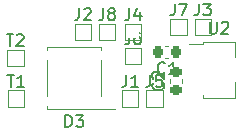
<source format=gbr>
%TF.GenerationSoftware,KiCad,Pcbnew,7.0.9*%
%TF.CreationDate,2024-02-12T18:52:58+01:00*%
%TF.ProjectId,dropdown,64726f70-646f-4776-9e2e-6b696361645f,rev?*%
%TF.SameCoordinates,Original*%
%TF.FileFunction,Legend,Top*%
%TF.FilePolarity,Positive*%
%FSLAX46Y46*%
G04 Gerber Fmt 4.6, Leading zero omitted, Abs format (unit mm)*
G04 Created by KiCad (PCBNEW 7.0.9) date 2024-02-12 18:52:58*
%MOMM*%
%LPD*%
G01*
G04 APERTURE LIST*
G04 Aperture macros list*
%AMRoundRect*
0 Rectangle with rounded corners*
0 $1 Rounding radius*
0 $2 $3 $4 $5 $6 $7 $8 $9 X,Y pos of 4 corners*
0 Add a 4 corners polygon primitive as box body*
4,1,4,$2,$3,$4,$5,$6,$7,$8,$9,$2,$3,0*
0 Add four circle primitives for the rounded corners*
1,1,$1+$1,$2,$3*
1,1,$1+$1,$4,$5*
1,1,$1+$1,$6,$7*
1,1,$1+$1,$8,$9*
0 Add four rect primitives between the rounded corners*
20,1,$1+$1,$2,$3,$4,$5,0*
20,1,$1+$1,$4,$5,$6,$7,0*
20,1,$1+$1,$6,$7,$8,$9,0*
20,1,$1+$1,$8,$9,$2,$3,0*%
%AMFreePoly0*
4,1,9,3.862500,-0.866500,0.737500,-0.866500,0.737500,-0.450000,-0.737500,-0.450000,-0.737500,0.450000,0.737500,0.450000,0.737500,0.866500,3.862500,0.866500,3.862500,-0.866500,3.862500,-0.866500,$1*%
G04 Aperture macros list end*
%ADD10C,0.150000*%
%ADD11C,0.120000*%
%ADD12R,1.300000X0.900000*%
%ADD13FreePoly0,0.000000*%
%ADD14R,1.000000X1.000000*%
%ADD15R,1.000000X0.700000*%
%ADD16RoundRect,0.225000X0.250000X-0.225000X0.250000X0.225000X-0.250000X0.225000X-0.250000X-0.225000X0*%
%ADD17RoundRect,0.225000X0.225000X0.250000X-0.225000X0.250000X-0.225000X-0.250000X0.225000X-0.250000X0*%
G04 APERTURE END LIST*
D10*
X90538095Y-58954819D02*
X90538095Y-59764342D01*
X90538095Y-59764342D02*
X90585714Y-59859580D01*
X90585714Y-59859580D02*
X90633333Y-59907200D01*
X90633333Y-59907200D02*
X90728571Y-59954819D01*
X90728571Y-59954819D02*
X90919047Y-59954819D01*
X90919047Y-59954819D02*
X91014285Y-59907200D01*
X91014285Y-59907200D02*
X91061904Y-59859580D01*
X91061904Y-59859580D02*
X91109523Y-59764342D01*
X91109523Y-59764342D02*
X91109523Y-58954819D01*
X91538095Y-59050057D02*
X91585714Y-59002438D01*
X91585714Y-59002438D02*
X91680952Y-58954819D01*
X91680952Y-58954819D02*
X91919047Y-58954819D01*
X91919047Y-58954819D02*
X92014285Y-59002438D01*
X92014285Y-59002438D02*
X92061904Y-59050057D01*
X92061904Y-59050057D02*
X92109523Y-59145295D01*
X92109523Y-59145295D02*
X92109523Y-59240533D01*
X92109523Y-59240533D02*
X92061904Y-59383390D01*
X92061904Y-59383390D02*
X91490476Y-59954819D01*
X91490476Y-59954819D02*
X92109523Y-59954819D01*
X73338095Y-60006819D02*
X73909523Y-60006819D01*
X73623809Y-61006819D02*
X73623809Y-60006819D01*
X74195238Y-60102057D02*
X74242857Y-60054438D01*
X74242857Y-60054438D02*
X74338095Y-60006819D01*
X74338095Y-60006819D02*
X74576190Y-60006819D01*
X74576190Y-60006819D02*
X74671428Y-60054438D01*
X74671428Y-60054438D02*
X74719047Y-60102057D01*
X74719047Y-60102057D02*
X74766666Y-60197295D01*
X74766666Y-60197295D02*
X74766666Y-60292533D01*
X74766666Y-60292533D02*
X74719047Y-60435390D01*
X74719047Y-60435390D02*
X74147619Y-61006819D01*
X74147619Y-61006819D02*
X74766666Y-61006819D01*
X73388095Y-63456819D02*
X73959523Y-63456819D01*
X73673809Y-64456819D02*
X73673809Y-63456819D01*
X74816666Y-64456819D02*
X74245238Y-64456819D01*
X74530952Y-64456819D02*
X74530952Y-63456819D01*
X74530952Y-63456819D02*
X74435714Y-63599676D01*
X74435714Y-63599676D02*
X74340476Y-63694914D01*
X74340476Y-63694914D02*
X74245238Y-63742533D01*
X81516666Y-57806819D02*
X81516666Y-58521104D01*
X81516666Y-58521104D02*
X81469047Y-58663961D01*
X81469047Y-58663961D02*
X81373809Y-58759200D01*
X81373809Y-58759200D02*
X81230952Y-58806819D01*
X81230952Y-58806819D02*
X81135714Y-58806819D01*
X82135714Y-58235390D02*
X82040476Y-58187771D01*
X82040476Y-58187771D02*
X81992857Y-58140152D01*
X81992857Y-58140152D02*
X81945238Y-58044914D01*
X81945238Y-58044914D02*
X81945238Y-57997295D01*
X81945238Y-57997295D02*
X81992857Y-57902057D01*
X81992857Y-57902057D02*
X82040476Y-57854438D01*
X82040476Y-57854438D02*
X82135714Y-57806819D01*
X82135714Y-57806819D02*
X82326190Y-57806819D01*
X82326190Y-57806819D02*
X82421428Y-57854438D01*
X82421428Y-57854438D02*
X82469047Y-57902057D01*
X82469047Y-57902057D02*
X82516666Y-57997295D01*
X82516666Y-57997295D02*
X82516666Y-58044914D01*
X82516666Y-58044914D02*
X82469047Y-58140152D01*
X82469047Y-58140152D02*
X82421428Y-58187771D01*
X82421428Y-58187771D02*
X82326190Y-58235390D01*
X82326190Y-58235390D02*
X82135714Y-58235390D01*
X82135714Y-58235390D02*
X82040476Y-58283009D01*
X82040476Y-58283009D02*
X81992857Y-58330628D01*
X81992857Y-58330628D02*
X81945238Y-58425866D01*
X81945238Y-58425866D02*
X81945238Y-58616342D01*
X81945238Y-58616342D02*
X81992857Y-58711580D01*
X81992857Y-58711580D02*
X82040476Y-58759200D01*
X82040476Y-58759200D02*
X82135714Y-58806819D01*
X82135714Y-58806819D02*
X82326190Y-58806819D01*
X82326190Y-58806819D02*
X82421428Y-58759200D01*
X82421428Y-58759200D02*
X82469047Y-58711580D01*
X82469047Y-58711580D02*
X82516666Y-58616342D01*
X82516666Y-58616342D02*
X82516666Y-58425866D01*
X82516666Y-58425866D02*
X82469047Y-58330628D01*
X82469047Y-58330628D02*
X82421428Y-58283009D01*
X82421428Y-58283009D02*
X82326190Y-58235390D01*
X87566666Y-57406819D02*
X87566666Y-58121104D01*
X87566666Y-58121104D02*
X87519047Y-58263961D01*
X87519047Y-58263961D02*
X87423809Y-58359200D01*
X87423809Y-58359200D02*
X87280952Y-58406819D01*
X87280952Y-58406819D02*
X87185714Y-58406819D01*
X87947619Y-57406819D02*
X88614285Y-57406819D01*
X88614285Y-57406819D02*
X88185714Y-58406819D01*
X83716666Y-59856819D02*
X83716666Y-60571104D01*
X83716666Y-60571104D02*
X83669047Y-60713961D01*
X83669047Y-60713961D02*
X83573809Y-60809200D01*
X83573809Y-60809200D02*
X83430952Y-60856819D01*
X83430952Y-60856819D02*
X83335714Y-60856819D01*
X84621428Y-59856819D02*
X84430952Y-59856819D01*
X84430952Y-59856819D02*
X84335714Y-59904438D01*
X84335714Y-59904438D02*
X84288095Y-59952057D01*
X84288095Y-59952057D02*
X84192857Y-60094914D01*
X84192857Y-60094914D02*
X84145238Y-60285390D01*
X84145238Y-60285390D02*
X84145238Y-60666342D01*
X84145238Y-60666342D02*
X84192857Y-60761580D01*
X84192857Y-60761580D02*
X84240476Y-60809200D01*
X84240476Y-60809200D02*
X84335714Y-60856819D01*
X84335714Y-60856819D02*
X84526190Y-60856819D01*
X84526190Y-60856819D02*
X84621428Y-60809200D01*
X84621428Y-60809200D02*
X84669047Y-60761580D01*
X84669047Y-60761580D02*
X84716666Y-60666342D01*
X84716666Y-60666342D02*
X84716666Y-60428247D01*
X84716666Y-60428247D02*
X84669047Y-60333009D01*
X84669047Y-60333009D02*
X84621428Y-60285390D01*
X84621428Y-60285390D02*
X84526190Y-60237771D01*
X84526190Y-60237771D02*
X84335714Y-60237771D01*
X84335714Y-60237771D02*
X84240476Y-60285390D01*
X84240476Y-60285390D02*
X84192857Y-60333009D01*
X84192857Y-60333009D02*
X84145238Y-60428247D01*
X85516666Y-63456819D02*
X85516666Y-64171104D01*
X85516666Y-64171104D02*
X85469047Y-64313961D01*
X85469047Y-64313961D02*
X85373809Y-64409200D01*
X85373809Y-64409200D02*
X85230952Y-64456819D01*
X85230952Y-64456819D02*
X85135714Y-64456819D01*
X86469047Y-63456819D02*
X85992857Y-63456819D01*
X85992857Y-63456819D02*
X85945238Y-63933009D01*
X85945238Y-63933009D02*
X85992857Y-63885390D01*
X85992857Y-63885390D02*
X86088095Y-63837771D01*
X86088095Y-63837771D02*
X86326190Y-63837771D01*
X86326190Y-63837771D02*
X86421428Y-63885390D01*
X86421428Y-63885390D02*
X86469047Y-63933009D01*
X86469047Y-63933009D02*
X86516666Y-64028247D01*
X86516666Y-64028247D02*
X86516666Y-64266342D01*
X86516666Y-64266342D02*
X86469047Y-64361580D01*
X86469047Y-64361580D02*
X86421428Y-64409200D01*
X86421428Y-64409200D02*
X86326190Y-64456819D01*
X86326190Y-64456819D02*
X86088095Y-64456819D01*
X86088095Y-64456819D02*
X85992857Y-64409200D01*
X85992857Y-64409200D02*
X85945238Y-64361580D01*
X83716666Y-57806819D02*
X83716666Y-58521104D01*
X83716666Y-58521104D02*
X83669047Y-58663961D01*
X83669047Y-58663961D02*
X83573809Y-58759200D01*
X83573809Y-58759200D02*
X83430952Y-58806819D01*
X83430952Y-58806819D02*
X83335714Y-58806819D01*
X84621428Y-58140152D02*
X84621428Y-58806819D01*
X84383333Y-57759200D02*
X84145238Y-58473485D01*
X84145238Y-58473485D02*
X84764285Y-58473485D01*
X89616666Y-57406819D02*
X89616666Y-58121104D01*
X89616666Y-58121104D02*
X89569047Y-58263961D01*
X89569047Y-58263961D02*
X89473809Y-58359200D01*
X89473809Y-58359200D02*
X89330952Y-58406819D01*
X89330952Y-58406819D02*
X89235714Y-58406819D01*
X89997619Y-57406819D02*
X90616666Y-57406819D01*
X90616666Y-57406819D02*
X90283333Y-57787771D01*
X90283333Y-57787771D02*
X90426190Y-57787771D01*
X90426190Y-57787771D02*
X90521428Y-57835390D01*
X90521428Y-57835390D02*
X90569047Y-57883009D01*
X90569047Y-57883009D02*
X90616666Y-57978247D01*
X90616666Y-57978247D02*
X90616666Y-58216342D01*
X90616666Y-58216342D02*
X90569047Y-58311580D01*
X90569047Y-58311580D02*
X90521428Y-58359200D01*
X90521428Y-58359200D02*
X90426190Y-58406819D01*
X90426190Y-58406819D02*
X90140476Y-58406819D01*
X90140476Y-58406819D02*
X90045238Y-58359200D01*
X90045238Y-58359200D02*
X89997619Y-58311580D01*
X79466666Y-57806819D02*
X79466666Y-58521104D01*
X79466666Y-58521104D02*
X79419047Y-58663961D01*
X79419047Y-58663961D02*
X79323809Y-58759200D01*
X79323809Y-58759200D02*
X79180952Y-58806819D01*
X79180952Y-58806819D02*
X79085714Y-58806819D01*
X79895238Y-57902057D02*
X79942857Y-57854438D01*
X79942857Y-57854438D02*
X80038095Y-57806819D01*
X80038095Y-57806819D02*
X80276190Y-57806819D01*
X80276190Y-57806819D02*
X80371428Y-57854438D01*
X80371428Y-57854438D02*
X80419047Y-57902057D01*
X80419047Y-57902057D02*
X80466666Y-57997295D01*
X80466666Y-57997295D02*
X80466666Y-58092533D01*
X80466666Y-58092533D02*
X80419047Y-58235390D01*
X80419047Y-58235390D02*
X79847619Y-58806819D01*
X79847619Y-58806819D02*
X80466666Y-58806819D01*
X83466666Y-63456819D02*
X83466666Y-64171104D01*
X83466666Y-64171104D02*
X83419047Y-64313961D01*
X83419047Y-64313961D02*
X83323809Y-64409200D01*
X83323809Y-64409200D02*
X83180952Y-64456819D01*
X83180952Y-64456819D02*
X83085714Y-64456819D01*
X84466666Y-64456819D02*
X83895238Y-64456819D01*
X84180952Y-64456819D02*
X84180952Y-63456819D01*
X84180952Y-63456819D02*
X84085714Y-63599676D01*
X84085714Y-63599676D02*
X83990476Y-63694914D01*
X83990476Y-63694914D02*
X83895238Y-63742533D01*
X78311905Y-67854819D02*
X78311905Y-66854819D01*
X78311905Y-66854819D02*
X78550000Y-66854819D01*
X78550000Y-66854819D02*
X78692857Y-66902438D01*
X78692857Y-66902438D02*
X78788095Y-66997676D01*
X78788095Y-66997676D02*
X78835714Y-67092914D01*
X78835714Y-67092914D02*
X78883333Y-67283390D01*
X78883333Y-67283390D02*
X78883333Y-67426247D01*
X78883333Y-67426247D02*
X78835714Y-67616723D01*
X78835714Y-67616723D02*
X78788095Y-67711961D01*
X78788095Y-67711961D02*
X78692857Y-67807200D01*
X78692857Y-67807200D02*
X78550000Y-67854819D01*
X78550000Y-67854819D02*
X78311905Y-67854819D01*
X79216667Y-66854819D02*
X79835714Y-66854819D01*
X79835714Y-66854819D02*
X79502381Y-67235771D01*
X79502381Y-67235771D02*
X79645238Y-67235771D01*
X79645238Y-67235771D02*
X79740476Y-67283390D01*
X79740476Y-67283390D02*
X79788095Y-67331009D01*
X79788095Y-67331009D02*
X79835714Y-67426247D01*
X79835714Y-67426247D02*
X79835714Y-67664342D01*
X79835714Y-67664342D02*
X79788095Y-67759580D01*
X79788095Y-67759580D02*
X79740476Y-67807200D01*
X79740476Y-67807200D02*
X79645238Y-67854819D01*
X79645238Y-67854819D02*
X79359524Y-67854819D01*
X79359524Y-67854819D02*
X79264286Y-67807200D01*
X79264286Y-67807200D02*
X79216667Y-67759580D01*
X86579580Y-64141666D02*
X86627200Y-64189285D01*
X86627200Y-64189285D02*
X86674819Y-64332142D01*
X86674819Y-64332142D02*
X86674819Y-64427380D01*
X86674819Y-64427380D02*
X86627200Y-64570237D01*
X86627200Y-64570237D02*
X86531961Y-64665475D01*
X86531961Y-64665475D02*
X86436723Y-64713094D01*
X86436723Y-64713094D02*
X86246247Y-64760713D01*
X86246247Y-64760713D02*
X86103390Y-64760713D01*
X86103390Y-64760713D02*
X85912914Y-64713094D01*
X85912914Y-64713094D02*
X85817676Y-64665475D01*
X85817676Y-64665475D02*
X85722438Y-64570237D01*
X85722438Y-64570237D02*
X85674819Y-64427380D01*
X85674819Y-64427380D02*
X85674819Y-64332142D01*
X85674819Y-64332142D02*
X85722438Y-64189285D01*
X85722438Y-64189285D02*
X85770057Y-64141666D01*
X85770057Y-63760713D02*
X85722438Y-63713094D01*
X85722438Y-63713094D02*
X85674819Y-63617856D01*
X85674819Y-63617856D02*
X85674819Y-63379761D01*
X85674819Y-63379761D02*
X85722438Y-63284523D01*
X85722438Y-63284523D02*
X85770057Y-63236904D01*
X85770057Y-63236904D02*
X85865295Y-63189285D01*
X85865295Y-63189285D02*
X85960533Y-63189285D01*
X85960533Y-63189285D02*
X86103390Y-63236904D01*
X86103390Y-63236904D02*
X86674819Y-63808332D01*
X86674819Y-63808332D02*
X86674819Y-63189285D01*
X86733333Y-63289580D02*
X86685714Y-63337200D01*
X86685714Y-63337200D02*
X86542857Y-63384819D01*
X86542857Y-63384819D02*
X86447619Y-63384819D01*
X86447619Y-63384819D02*
X86304762Y-63337200D01*
X86304762Y-63337200D02*
X86209524Y-63241961D01*
X86209524Y-63241961D02*
X86161905Y-63146723D01*
X86161905Y-63146723D02*
X86114286Y-62956247D01*
X86114286Y-62956247D02*
X86114286Y-62813390D01*
X86114286Y-62813390D02*
X86161905Y-62622914D01*
X86161905Y-62622914D02*
X86209524Y-62527676D01*
X86209524Y-62527676D02*
X86304762Y-62432438D01*
X86304762Y-62432438D02*
X86447619Y-62384819D01*
X86447619Y-62384819D02*
X86542857Y-62384819D01*
X86542857Y-62384819D02*
X86685714Y-62432438D01*
X86685714Y-62432438D02*
X86733333Y-62480057D01*
X87685714Y-63384819D02*
X87114286Y-63384819D01*
X87400000Y-63384819D02*
X87400000Y-62384819D01*
X87400000Y-62384819D02*
X87304762Y-62527676D01*
X87304762Y-62527676D02*
X87209524Y-62622914D01*
X87209524Y-62622914D02*
X87114286Y-62670533D01*
D11*
%TO.C,U2*%
X92660000Y-65360000D02*
X89940000Y-65360000D01*
X89940000Y-65360000D02*
X89940000Y-65130000D01*
X88800000Y-60870000D02*
X89940000Y-60870000D01*
X92660000Y-64050000D02*
X92660000Y-65360000D01*
X89940000Y-60640000D02*
X89940000Y-60870000D01*
X89940000Y-60640000D02*
X92660000Y-60640000D01*
X92660000Y-60640000D02*
X92660000Y-61950000D01*
%TO.C,T2*%
X73400000Y-61300000D02*
X74800000Y-61300000D01*
X73400000Y-62700000D02*
X73400000Y-61300000D01*
X74800000Y-61300000D02*
X74800000Y-62700000D01*
X74800000Y-62700000D02*
X73400000Y-62700000D01*
%TO.C,T1*%
X73450000Y-64750000D02*
X74850000Y-64750000D01*
X73450000Y-66150000D02*
X73450000Y-64750000D01*
X74850000Y-64750000D02*
X74850000Y-66150000D01*
X74850000Y-66150000D02*
X73450000Y-66150000D01*
%TO.C,J8*%
X81150000Y-59100000D02*
X82550000Y-59100000D01*
X81150000Y-60500000D02*
X81150000Y-59100000D01*
X82550000Y-59100000D02*
X82550000Y-60500000D01*
X82550000Y-60500000D02*
X81150000Y-60500000D01*
%TO.C,J7*%
X87200000Y-58700000D02*
X88600000Y-58700000D01*
X87200000Y-60100000D02*
X87200000Y-58700000D01*
X88600000Y-58700000D02*
X88600000Y-60100000D01*
X88600000Y-60100000D02*
X87200000Y-60100000D01*
%TO.C,J6*%
X83350000Y-61150000D02*
X84750000Y-61150000D01*
X83350000Y-62550000D02*
X83350000Y-61150000D01*
X84750000Y-61150000D02*
X84750000Y-62550000D01*
X84750000Y-62550000D02*
X83350000Y-62550000D01*
%TO.C,J5*%
X85150000Y-64750000D02*
X86550000Y-64750000D01*
X85150000Y-66150000D02*
X85150000Y-64750000D01*
X86550000Y-64750000D02*
X86550000Y-66150000D01*
X86550000Y-66150000D02*
X85150000Y-66150000D01*
%TO.C,J4*%
X83350000Y-59100000D02*
X84750000Y-59100000D01*
X83350000Y-60500000D02*
X83350000Y-59100000D01*
X84750000Y-59100000D02*
X84750000Y-60500000D01*
X84750000Y-60500000D02*
X83350000Y-60500000D01*
%TO.C,J3*%
X89250000Y-58700000D02*
X90650000Y-58700000D01*
X89250000Y-60100000D02*
X89250000Y-58700000D01*
X90650000Y-58700000D02*
X90650000Y-60100000D01*
X90650000Y-60100000D02*
X89250000Y-60100000D01*
%TO.C,J2*%
X79100000Y-59100000D02*
X80500000Y-59100000D01*
X79100000Y-60500000D02*
X79100000Y-59100000D01*
X80500000Y-59100000D02*
X80500000Y-60500000D01*
X80500000Y-60500000D02*
X79100000Y-60500000D01*
%TO.C,J1*%
X83100000Y-64750000D02*
X84500000Y-64750000D01*
X83100000Y-66150000D02*
X83100000Y-64750000D01*
X84500000Y-64750000D02*
X84500000Y-66150000D01*
X84500000Y-66150000D02*
X83100000Y-66150000D01*
%TO.C,D3*%
X76750000Y-66100000D02*
X76750000Y-66300000D01*
X81350000Y-62200000D02*
X81350000Y-65200000D01*
X76750000Y-61100000D02*
X81350000Y-61100000D01*
X76750000Y-66300000D02*
X82550000Y-66300000D01*
X76750000Y-65200000D02*
X76750000Y-62200000D01*
X81350000Y-61100000D02*
X81350000Y-61300000D01*
X76750000Y-61300000D02*
X76750000Y-61100000D01*
%TO.C,C2*%
X87140000Y-64115580D02*
X87140000Y-63834420D01*
X88160000Y-64115580D02*
X88160000Y-63834420D01*
%TO.C,C1*%
X87040580Y-62010000D02*
X86759420Y-62010000D01*
X87040580Y-60990000D02*
X86759420Y-60990000D01*
%TD*%
%LPC*%
D12*
%TO.C,U2*%
X89350000Y-64500000D03*
D13*
X89437500Y-63000000D03*
D12*
X89350000Y-61500000D03*
%TD*%
D14*
%TO.C,T2*%
X74100000Y-62000000D03*
%TD*%
%TO.C,T1*%
X74150000Y-65450000D03*
%TD*%
%TO.C,J8*%
X81850000Y-59800000D03*
%TD*%
%TO.C,J7*%
X87900000Y-59400000D03*
%TD*%
%TO.C,J6*%
X84050000Y-61850000D03*
%TD*%
%TO.C,J5*%
X85850000Y-65450000D03*
%TD*%
%TO.C,J4*%
X84050000Y-59800000D03*
%TD*%
%TO.C,J3*%
X89950000Y-59400000D03*
%TD*%
%TO.C,J2*%
X79800000Y-59800000D03*
%TD*%
%TO.C,J1*%
X83800000Y-65450000D03*
%TD*%
D15*
%TO.C,D3*%
X76075000Y-65700000D03*
X76075000Y-61700000D03*
X82025000Y-61700000D03*
X82025000Y-65700000D03*
%TD*%
D16*
%TO.C,C2*%
X87650000Y-63200000D03*
X87650000Y-64750000D03*
%TD*%
D17*
%TO.C,C1*%
X86125000Y-61500000D03*
X87675000Y-61500000D03*
%TD*%
%LPD*%
M02*

</source>
